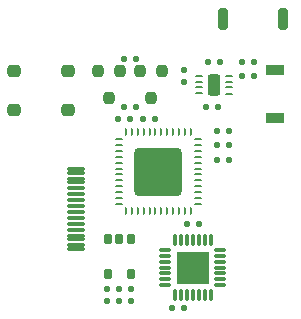
<source format=gtp>
G04*
G04 #@! TF.GenerationSoftware,Altium Limited,Altium Designer,21.0.8 (223)*
G04*
G04 Layer_Color=8421504*
%FSLAX25Y25*%
%MOIN*%
G70*
G04*
G04 #@! TF.SameCoordinates,482E8025-2E78-4A05-A4F1-2824EEF061A7*
G04*
G04*
G04 #@! TF.FilePolarity,Positive*
G04*
G01*
G75*
G04:AMPARAMS|DCode=18|XSize=59.06mil|YSize=11.81mil|CornerRadius=2.95mil|HoleSize=0mil|Usage=FLASHONLY|Rotation=0.000|XOffset=0mil|YOffset=0mil|HoleType=Round|Shape=RoundedRectangle|*
%AMROUNDEDRECTD18*
21,1,0.05906,0.00591,0,0,0.0*
21,1,0.05315,0.01181,0,0,0.0*
1,1,0.00591,0.02657,-0.00295*
1,1,0.00591,-0.02657,-0.00295*
1,1,0.00591,-0.02657,0.00295*
1,1,0.00591,0.02657,0.00295*
%
%ADD18ROUNDEDRECTD18*%
G04:AMPARAMS|DCode=19|XSize=31.5mil|YSize=70.87mil|CornerRadius=7.87mil|HoleSize=0mil|Usage=FLASHONLY|Rotation=0.000|XOffset=0mil|YOffset=0mil|HoleType=Round|Shape=RoundedRectangle|*
%AMROUNDEDRECTD19*
21,1,0.03150,0.05512,0,0,0.0*
21,1,0.01575,0.07087,0,0,0.0*
1,1,0.01575,0.00787,-0.02756*
1,1,0.01575,-0.00787,-0.02756*
1,1,0.01575,-0.00787,0.02756*
1,1,0.01575,0.00787,0.02756*
%
%ADD19ROUNDEDRECTD19*%
G04:AMPARAMS|DCode=20|XSize=23.62mil|YSize=9.84mil|CornerRadius=2.46mil|HoleSize=0mil|Usage=FLASHONLY|Rotation=0.000|XOffset=0mil|YOffset=0mil|HoleType=Round|Shape=RoundedRectangle|*
%AMROUNDEDRECTD20*
21,1,0.02362,0.00492,0,0,0.0*
21,1,0.01870,0.00984,0,0,0.0*
1,1,0.00492,0.00935,-0.00246*
1,1,0.00492,-0.00935,-0.00246*
1,1,0.00492,-0.00935,0.00246*
1,1,0.00492,0.00935,0.00246*
%
%ADD20ROUNDEDRECTD20*%
G04:AMPARAMS|DCode=21|XSize=43.31mil|YSize=70.87mil|CornerRadius=10.83mil|HoleSize=0mil|Usage=FLASHONLY|Rotation=0.000|XOffset=0mil|YOffset=0mil|HoleType=Round|Shape=RoundedRectangle|*
%AMROUNDEDRECTD21*
21,1,0.04331,0.04921,0,0,0.0*
21,1,0.02165,0.07087,0,0,0.0*
1,1,0.02165,0.01083,-0.02461*
1,1,0.02165,-0.01083,-0.02461*
1,1,0.02165,-0.01083,0.02461*
1,1,0.02165,0.01083,0.02461*
%
%ADD21ROUNDEDRECTD21*%
G04:AMPARAMS|DCode=22|XSize=26.57mil|YSize=9.84mil|CornerRadius=2.46mil|HoleSize=0mil|Usage=FLASHONLY|Rotation=0.000|XOffset=0mil|YOffset=0mil|HoleType=Round|Shape=RoundedRectangle|*
%AMROUNDEDRECTD22*
21,1,0.02657,0.00492,0,0,0.0*
21,1,0.02165,0.00984,0,0,0.0*
1,1,0.00492,0.01083,-0.00246*
1,1,0.00492,-0.01083,-0.00246*
1,1,0.00492,-0.01083,0.00246*
1,1,0.00492,0.01083,0.00246*
%
%ADD22ROUNDEDRECTD22*%
G04:AMPARAMS|DCode=23|XSize=26.57mil|YSize=9.84mil|CornerRadius=2.46mil|HoleSize=0mil|Usage=FLASHONLY|Rotation=270.000|XOffset=0mil|YOffset=0mil|HoleType=Round|Shape=RoundedRectangle|*
%AMROUNDEDRECTD23*
21,1,0.02657,0.00492,0,0,270.0*
21,1,0.02165,0.00984,0,0,270.0*
1,1,0.00492,-0.00246,-0.01083*
1,1,0.00492,-0.00246,0.01083*
1,1,0.00492,0.00246,0.01083*
1,1,0.00492,0.00246,-0.01083*
%
%ADD23ROUNDEDRECTD23*%
G04:AMPARAMS|DCode=24|XSize=160mil|YSize=160mil|CornerRadius=16mil|HoleSize=0mil|Usage=FLASHONLY|Rotation=270.000|XOffset=0mil|YOffset=0mil|HoleType=Round|Shape=RoundedRectangle|*
%AMROUNDEDRECTD24*
21,1,0.16000,0.12800,0,0,270.0*
21,1,0.12800,0.16000,0,0,270.0*
1,1,0.03200,-0.06400,-0.06400*
1,1,0.03200,-0.06400,0.06400*
1,1,0.03200,0.06400,0.06400*
1,1,0.03200,0.06400,-0.06400*
%
%ADD24ROUNDEDRECTD24*%
G04:AMPARAMS|DCode=25|XSize=12mil|YSize=38mil|CornerRadius=3mil|HoleSize=0mil|Usage=FLASHONLY|Rotation=270.000|XOffset=0mil|YOffset=0mil|HoleType=Round|Shape=RoundedRectangle|*
%AMROUNDEDRECTD25*
21,1,0.01200,0.03200,0,0,270.0*
21,1,0.00600,0.03800,0,0,270.0*
1,1,0.00600,-0.01600,-0.00300*
1,1,0.00600,-0.01600,0.00300*
1,1,0.00600,0.01600,0.00300*
1,1,0.00600,0.01600,-0.00300*
%
%ADD25ROUNDEDRECTD25*%
G04:AMPARAMS|DCode=26|XSize=12mil|YSize=38mil|CornerRadius=3mil|HoleSize=0mil|Usage=FLASHONLY|Rotation=180.000|XOffset=0mil|YOffset=0mil|HoleType=Round|Shape=RoundedRectangle|*
%AMROUNDEDRECTD26*
21,1,0.01200,0.03200,0,0,180.0*
21,1,0.00600,0.03800,0,0,180.0*
1,1,0.00600,-0.00300,0.01600*
1,1,0.00600,0.00300,0.01600*
1,1,0.00600,0.00300,-0.01600*
1,1,0.00600,-0.00300,-0.01600*
%
%ADD26ROUNDEDRECTD26*%
%ADD27R,0.10630X0.11024*%
G04:AMPARAMS|DCode=28|XSize=20mil|YSize=20mil|CornerRadius=5mil|HoleSize=0mil|Usage=FLASHONLY|Rotation=270.000|XOffset=0mil|YOffset=0mil|HoleType=Round|Shape=RoundedRectangle|*
%AMROUNDEDRECTD28*
21,1,0.02000,0.01000,0,0,270.0*
21,1,0.01000,0.02000,0,0,270.0*
1,1,0.01000,-0.00500,-0.00500*
1,1,0.01000,-0.00500,0.00500*
1,1,0.01000,0.00500,0.00500*
1,1,0.01000,0.00500,-0.00500*
%
%ADD28ROUNDEDRECTD28*%
G04:AMPARAMS|DCode=29|XSize=37.4mil|YSize=39.37mil|CornerRadius=9.35mil|HoleSize=0mil|Usage=FLASHONLY|Rotation=180.000|XOffset=0mil|YOffset=0mil|HoleType=Round|Shape=RoundedRectangle|*
%AMROUNDEDRECTD29*
21,1,0.03740,0.02067,0,0,180.0*
21,1,0.01870,0.03937,0,0,180.0*
1,1,0.01870,-0.00935,0.01034*
1,1,0.01870,0.00935,0.01034*
1,1,0.01870,0.00935,-0.01034*
1,1,0.01870,-0.00935,-0.01034*
%
%ADD29ROUNDEDRECTD29*%
G04:AMPARAMS|DCode=30|XSize=23.62mil|YSize=35mil|CornerRadius=5.91mil|HoleSize=0mil|Usage=FLASHONLY|Rotation=0.000|XOffset=0mil|YOffset=0mil|HoleType=Round|Shape=RoundedRectangle|*
%AMROUNDEDRECTD30*
21,1,0.02362,0.02319,0,0,0.0*
21,1,0.01181,0.03500,0,0,0.0*
1,1,0.01181,0.00591,-0.01159*
1,1,0.01181,-0.00591,-0.01159*
1,1,0.01181,-0.00591,0.01159*
1,1,0.01181,0.00591,0.01159*
%
%ADD30ROUNDEDRECTD30*%
G04:AMPARAMS|DCode=31|XSize=20mil|YSize=20mil|CornerRadius=5mil|HoleSize=0mil|Usage=FLASHONLY|Rotation=180.000|XOffset=0mil|YOffset=0mil|HoleType=Round|Shape=RoundedRectangle|*
%AMROUNDEDRECTD31*
21,1,0.02000,0.01000,0,0,180.0*
21,1,0.01000,0.02000,0,0,180.0*
1,1,0.01000,-0.00500,0.00500*
1,1,0.01000,0.00500,0.00500*
1,1,0.01000,0.00500,-0.00500*
1,1,0.01000,-0.00500,-0.00500*
%
%ADD31ROUNDEDRECTD31*%
G04:AMPARAMS|DCode=32|XSize=44mil|YSize=40mil|CornerRadius=10mil|HoleSize=0mil|Usage=FLASHONLY|Rotation=0.000|XOffset=0mil|YOffset=0mil|HoleType=Round|Shape=RoundedRectangle|*
%AMROUNDEDRECTD32*
21,1,0.04400,0.02000,0,0,0.0*
21,1,0.02400,0.04000,0,0,0.0*
1,1,0.02000,0.01200,-0.01000*
1,1,0.02000,-0.01200,-0.01000*
1,1,0.02000,-0.01200,0.01000*
1,1,0.02000,0.01200,0.01000*
%
%ADD32ROUNDEDRECTD32*%
G04:AMPARAMS|DCode=33|XSize=35.43mil|YSize=62.99mil|CornerRadius=8.86mil|HoleSize=0mil|Usage=FLASHONLY|Rotation=270.000|XOffset=0mil|YOffset=0mil|HoleType=Round|Shape=RoundedRectangle|*
%AMROUNDEDRECTD33*
21,1,0.03543,0.04528,0,0,270.0*
21,1,0.01772,0.06299,0,0,270.0*
1,1,0.01772,-0.02264,-0.00886*
1,1,0.01772,-0.02264,0.00886*
1,1,0.01772,0.02264,0.00886*
1,1,0.01772,0.02264,-0.00886*
%
%ADD33ROUNDEDRECTD33*%
D18*
X27421Y50689D02*
D03*
Y49508D02*
D03*
Y47539D02*
D03*
Y46358D02*
D03*
Y44390D02*
D03*
Y42421D02*
D03*
Y40453D02*
D03*
Y38484D02*
D03*
Y36516D02*
D03*
Y34547D02*
D03*
Y32579D02*
D03*
Y30610D02*
D03*
Y28642D02*
D03*
Y27461D02*
D03*
Y25492D02*
D03*
Y24311D02*
D03*
D19*
X96591Y101000D02*
D03*
X76500D02*
D03*
D20*
X78421Y75984D02*
D03*
X78421Y78016D02*
D03*
Y79984D02*
D03*
X78421Y81953D02*
D03*
X68579Y76047D02*
D03*
X68579Y78016D02*
D03*
X68579Y81953D02*
D03*
X68579Y79984D02*
D03*
D21*
X73500Y79000D02*
D03*
D22*
X68238Y60827D02*
D03*
Y58858D02*
D03*
X68238Y56890D02*
D03*
Y54921D02*
D03*
Y52953D02*
D03*
X68238Y50984D02*
D03*
Y49016D02*
D03*
Y47047D02*
D03*
Y45079D02*
D03*
Y43110D02*
D03*
X68238Y41142D02*
D03*
Y39173D02*
D03*
X41762D02*
D03*
Y41142D02*
D03*
Y43110D02*
D03*
Y45079D02*
D03*
Y47047D02*
D03*
X41762Y49016D02*
D03*
Y50984D02*
D03*
X41762Y52953D02*
D03*
Y54921D02*
D03*
Y56890D02*
D03*
Y58858D02*
D03*
Y60827D02*
D03*
D23*
X65827Y36762D02*
D03*
X63858D02*
D03*
X61890D02*
D03*
X59921D02*
D03*
X57953D02*
D03*
X55984Y36762D02*
D03*
X54016D02*
D03*
X52047Y36762D02*
D03*
X50079D02*
D03*
X48110D02*
D03*
X46142D02*
D03*
X44173D02*
D03*
Y63238D02*
D03*
X46142D02*
D03*
X48110Y63238D02*
D03*
X50079D02*
D03*
X52047D02*
D03*
X54016D02*
D03*
X55984D02*
D03*
X57953Y63238D02*
D03*
X59921D02*
D03*
X61890D02*
D03*
X63858Y63238D02*
D03*
X65827D02*
D03*
D24*
X55000Y50000D02*
D03*
D25*
X57350Y23905D02*
D03*
Y21937D02*
D03*
X57350Y19969D02*
D03*
Y18000D02*
D03*
Y16032D02*
D03*
X57350Y14063D02*
D03*
Y12094D02*
D03*
X75650Y12094D02*
D03*
Y14063D02*
D03*
Y16032D02*
D03*
Y18000D02*
D03*
Y19969D02*
D03*
Y21937D02*
D03*
Y23905D02*
D03*
D26*
X60594Y8850D02*
D03*
X62563D02*
D03*
X64531D02*
D03*
X66500D02*
D03*
X68468D02*
D03*
X70437D02*
D03*
X72405D02*
D03*
X72405Y27150D02*
D03*
X70437D02*
D03*
X68468Y27150D02*
D03*
X66500D02*
D03*
X64531Y27150D02*
D03*
X62563Y27150D02*
D03*
X60594D02*
D03*
D27*
X66500Y18000D02*
D03*
D28*
X47500Y87500D02*
D03*
X43500D02*
D03*
X43500Y71500D02*
D03*
X47500D02*
D03*
X63500Y4500D02*
D03*
X59500D02*
D03*
X74500Y63500D02*
D03*
X78500D02*
D03*
X74500Y59000D02*
D03*
X78500D02*
D03*
X74500Y54000D02*
D03*
X78500D02*
D03*
X64500Y32500D02*
D03*
X68500D02*
D03*
X45500Y67500D02*
D03*
X41500D02*
D03*
X54000D02*
D03*
X50000D02*
D03*
X83000Y86500D02*
D03*
X87000D02*
D03*
X83000Y82000D02*
D03*
X87000D02*
D03*
X75500Y86500D02*
D03*
X71500D02*
D03*
X75000Y71500D02*
D03*
X71000Y71500D02*
D03*
D29*
X52500Y74571D02*
D03*
X48760Y83429D02*
D03*
X56240Y83429D02*
D03*
X38500Y74571D02*
D03*
X34760Y83429D02*
D03*
X42240Y83429D02*
D03*
D30*
X38260Y27406D02*
D03*
X42000D02*
D03*
X45740D02*
D03*
X45740Y16005D02*
D03*
X38260Y16005D02*
D03*
D31*
X46000Y11000D02*
D03*
Y7000D02*
D03*
X42000Y11000D02*
D03*
Y7000D02*
D03*
X38000Y11000D02*
D03*
Y7000D02*
D03*
X63500Y80000D02*
D03*
Y84000D02*
D03*
D32*
X7000Y83500D02*
D03*
Y70500D02*
D03*
X25000D02*
D03*
Y83500D02*
D03*
D33*
X94000Y84000D02*
D03*
Y67858D02*
D03*
M02*

</source>
